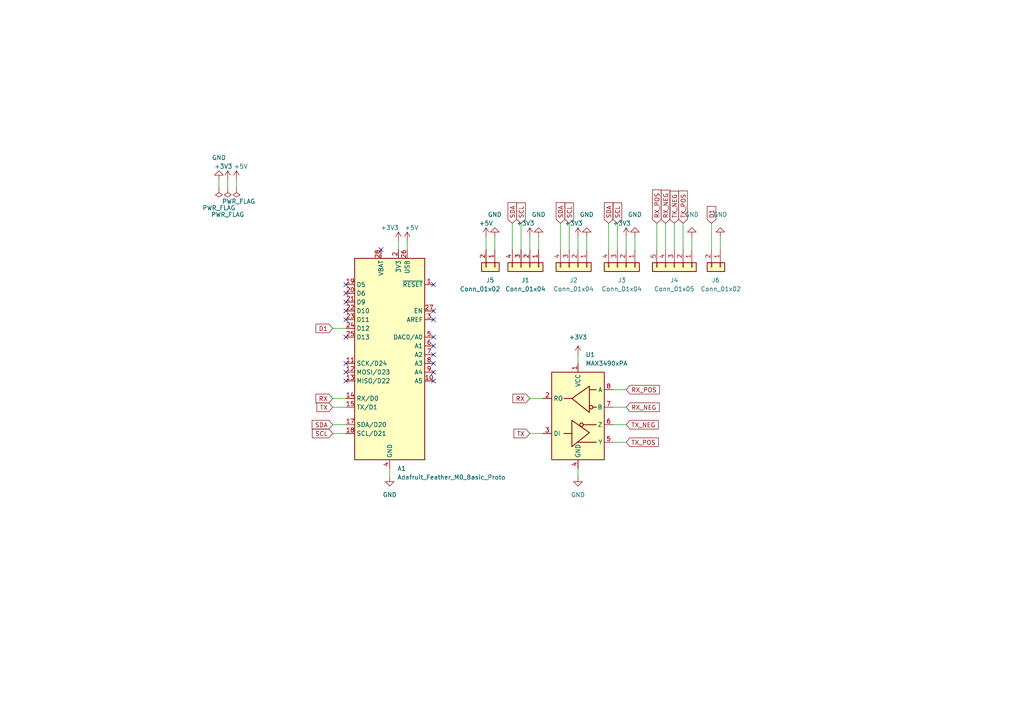
<source format=kicad_sch>
(kicad_sch (version 20230121) (generator eeschema)
  (paper "A4")
  (title_block (title "Weather Station Sensor Board") (date "2024-01-31") (rev "REV 2.0") (company "Flavian Kaufmann"))
  (lib_symbols
    (symbol "Connector_Generic:Conn_01x02" (pin_names (offset 1.016) hide)
      (property "Reference" "J" (at 0 2.54 0))
      (property "Value" "Conn_01x02" (at 0 -5.08 0))
      (symbol "Conn_01x02_1_1"
        (rectangle (start -1.27 -2.413) (end 0 -2.667) (stroke (width 0.1524)))
        (rectangle (start -1.27 0.127) (end 0 -0.127) (stroke (width 0.1524)))
        (rectangle (start -1.27 1.27) (end 1.27 -3.81) (stroke (width 0.254)) (fill (type background)))
        (pin passive line (at -5.08 0 0) (length 3.81) (name "Pin_1") (number "1"))
        (pin passive line (at -5.08 -2.54 0) (length 3.81) (name "Pin_2") (number "2"))
      )
    )
    (symbol "Connector_Generic:Conn_01x04" (pin_names (offset 1.016) hide)
      (property "Reference" "J" (at 0 5.08 0))
      (property "Value" "Conn_01x04" (at 0 -7.62 0))
      (symbol "Conn_01x04_1_1"
        (rectangle (start -1.27 -4.953) (end 0 -5.207) (stroke (width 0.1524)))
        (rectangle (start -1.27 -2.413) (end 0 -2.667) (stroke (width 0.1524)))
        (rectangle (start -1.27 0.127) (end 0 -0.127) (stroke (width 0.1524)))
        (rectangle (start -1.27 2.667) (end 0 2.413) (stroke (width 0.1524)))
        (rectangle (start -1.27 3.81) (end 1.27 -6.35) (stroke (width 0.254)) (fill (type background)))
        (pin passive line (at -5.08 2.54 0) (length 3.81) (name "Pin_1") (number "1"))
        (pin passive line (at -5.08 0 0) (length 3.81) (name "Pin_2") (number "2"))
        (pin passive line (at -5.08 -2.54 0) (length 3.81) (name "Pin_3") (number "3"))
        (pin passive line (at -5.08 -5.08 0) (length 3.81) (name "Pin_4") (number "4"))
      )
    )
    (symbol "Connector_Generic:Conn_01x05" (pin_names (offset 1.016) hide)
      (property "Reference" "J" (at 0 7.62 0))
      (property "Value" "Conn_01x05" (at 0 -7.62 0))
      (symbol "Conn_01x05_1_1"
        (rectangle (start -1.27 -4.953) (end 0 -5.207) (stroke (width 0.1524)))
        (rectangle (start -1.27 -2.413) (end 0 -2.667) (stroke (width 0.1524)))
        (rectangle (start -1.27 0.127) (end 0 -0.127) (stroke (width 0.1524)))
        (rectangle (start -1.27 2.667) (end 0 2.413) (stroke (width 0.1524)))
        (rectangle (start -1.27 5.207) (end 0 4.953) (stroke (width 0.1524)))
        (rectangle (start -1.27 6.35) (end 1.27 -6.35) (stroke (width 0.254)) (fill (type background)))
        (pin passive line (at -5.08 5.08 0) (length 3.81) (name "Pin_1") (number "1"))
        (pin passive line (at -5.08 2.54 0) (length 3.81) (name "Pin_2") (number "2"))
        (pin passive line (at -5.08 0 0) (length 3.81) (name "Pin_3") (number "3"))
        (pin passive line (at -5.08 -2.54 0) (length 3.81) (name "Pin_4") (number "4"))
        (pin passive line (at -5.08 -5.08 0) (length 3.81) (name "Pin_5") (number "5"))
      )
    )
    (symbol "Interface_UART:MAX3490xPA"
      (property "Reference" "U" (at -7.62 13.97 0))
      (property "Value" "MAX3490xPA" (at 0.762 13.97 0))
      (symbol "MAX3490xPA_0_1"
        (rectangle (start -7.62 12.7) (end 7.62 -12.7) (stroke (width 0.254)) (fill (type background)))
        (polyline (pts (xy -1.778 -5.08) (xy -4.064 -5.08)) (stroke (width 0.254)))
        (polyline (pts (xy -1.778 5.08) (xy -4.064 5.08)) (stroke (width 0.254)))
        (polyline (pts (xy 0 -7.62) (xy 5.334 -7.62)) (stroke (width 0.254)))
        (polyline (pts (xy 1.524 -2.54) (xy 5.334 -2.54)) (stroke (width 0.254)))
        (polyline (pts (xy 3.302 7.62) (xy 5.334 7.62)) (stroke (width 0.254)))
        (polyline (pts (xy 4.318 2.54) (xy 5.334 2.54)) (stroke (width 0.254)))
        (polyline (pts (xy -1.778 -5.08) (xy -1.778 -1.27) (xy 3.302 -4.826) (xy -1.778 -8.89) (xy -1.778 -5.08)) (stroke (width 0.254)))
        (circle (center 1.016 -2.54) (radius 0.508) (stroke (width 0.254)))
      )
      (symbol "MAX3490xPA_1_1"
        (polyline (pts (xy 3.302 4.826) (xy 3.302 8.636) (xy -1.778 5.08) (xy 3.302 1.016) (xy 3.302 4.826)) (stroke (width 0.254)))
        (circle (center 3.81 2.54) (radius 0.508) (stroke (width 0.254)))
        (pin power_in line (at 0 15.24 270) (length 2.54) (name "VCC") (number "1"))
        (pin output line (at -10.16 5.08 0) (length 2.54) (name "RO") (number "2"))
        (pin input line (at -10.16 -5.08 0) (length 2.54) (name "DI") (number "3"))
        (pin power_in line (at 0 -15.24 90) (length 2.54) (name "GND") (number "4"))
        (pin output line (at 10.16 -7.62 180) (length 2.54) (name "Y") (number "5"))
        (pin output line (at 10.16 -2.54 180) (length 2.54) (name "Z") (number "6"))
        (pin input line (at 10.16 2.54 180) (length 2.54) (name "B") (number "7"))
        (pin input line (at 10.16 7.62 180) (length 2.54) (name "A") (number "8"))
      )
    )
    (symbol "MCU_Module:Adafruit_Feather_M0_Basic_Proto"
      (property "Reference" "A" (at -10.16 29.21 0))
      (property "Value" "Adafruit_Feather_M0_Basic_Proto" (at 2.54 -31.75 0))
      (symbol "Adafruit_Feather_M0_Basic_Proto_0_1"
        (rectangle (start -10.16 27.94) (end 10.16 -30.48) (stroke (width 0.254)) (fill (type background)))
      )
      (symbol "Adafruit_Feather_M0_Basic_Proto_1_1"
        (pin input line (at 12.7 20.32 180) (length 2.54) (name "~{RESET}") (number "1"))
        (pin bidirectional line (at 12.7 -7.62 180) (length 2.54) (name "A5") (number "10"))
        (pin bidirectional line (at -12.7 -2.54 0) (length 2.54) (name "SCK/D24") (number "11"))
        (pin bidirectional line (at -12.7 -5.08 0) (length 2.54) (name "MOSI/D23") (number "12"))
        (pin bidirectional line (at -12.7 -7.62 0) (length 2.54) (name "MISO/D22") (number "13"))
        (pin bidirectional line (at -12.7 -12.7 0) (length 2.54) (name "RX/D0") (number "14"))
        (pin bidirectional line (at -12.7 -15.24 0) (length 2.54) (name "TX/D1") (number "15"))
        (pin passive line (at 0 -33.02 90) (length 2.54) hide (name "GND") (number "16"))
        (pin bidirectional line (at -12.7 -20.32 0) (length 2.54) (name "SDA/D20") (number "17"))
        (pin bidirectional line (at -12.7 -22.86 0) (length 2.54) (name "SCL/D21") (number "18"))
        (pin bidirectional line (at -12.7 20.32 0) (length 2.54) (name "D5") (number "19"))
        (pin power_in line (at 2.54 30.48 270) (length 2.54) (name "3V3") (number "2"))
        (pin bidirectional line (at -12.7 17.78 0) (length 2.54) (name "D6") (number "20"))
        (pin bidirectional line (at -12.7 15.24 0) (length 2.54) (name "D9") (number "21"))
        (pin bidirectional line (at -12.7 12.7 0) (length 2.54) (name "D10") (number "22"))
        (pin bidirectional line (at -12.7 10.16 0) (length 2.54) (name "D11") (number "23"))
        (pin bidirectional line (at -12.7 7.62 0) (length 2.54) (name "D12") (number "24"))
        (pin bidirectional line (at -12.7 5.08 0) (length 2.54) (name "D13") (number "25"))
        (pin power_in line (at 5.08 30.48 270) (length 2.54) (name "USB") (number "26"))
        (pin input line (at 12.7 12.7 180) (length 2.54) (name "EN") (number "27"))
        (pin power_in line (at -2.54 30.48 270) (length 2.54) (name "VBAT") (number "28"))
        (pin input line (at 12.7 10.16 180) (length 2.54) (name "AREF") (number "3"))
        (pin power_in line (at 0 -33.02 90) (length 2.54) (name "GND") (number "4"))
        (pin bidirectional line (at 12.7 5.08 180) (length 2.54) (name "DAC0/A0") (number "5"))
        (pin bidirectional line (at 12.7 2.54 180) (length 2.54) (name "A1") (number "6"))
        (pin bidirectional line (at 12.7 0 180) (length 2.54) (name "A2") (number "7"))
        (pin bidirectional line (at 12.7 -2.54 180) (length 2.54) (name "A3") (number "8"))
        (pin bidirectional line (at 12.7 -5.08 180) (length 2.54) (name "A4") (number "9"))
      )
    )
    (symbol "power:+3V3" (power) (pin_names (offset 0))
      (property "Value" "+3V3" (at 0 3.556 0))
      (symbol "+3V3_0_1"
        (polyline (pts (xy -0.762 1.27) (xy 0 2.54)))
        (polyline (pts (xy 0 0) (xy 0 2.54)))
        (polyline (pts (xy 0 2.54) (xy 0.762 1.27)))
      )
      (symbol "+3V3_1_1"
        (pin power_in line (at 0 0 90) (length 0) hide (name "+3V3") (number "1"))
      )
    )
    (symbol "power:+5V" (power) (pin_names (offset 0))
      (property "Value" "+5V" (at 0 3.556 0))
      (symbol "+5V_0_1"
        (polyline (pts (xy -0.762 1.27) (xy 0 2.54)))
        (polyline (pts (xy 0 0) (xy 0 2.54)))
        (polyline (pts (xy 0 2.54) (xy 0.762 1.27)))
      )
      (symbol "+5V_1_1"
        (pin power_in line (at 0 0 90) (length 0) hide (name "+5V") (number "1"))
      )
    )
    (symbol "power:GND" (power) (pin_names (offset 0))
      (property "Value" "GND" (at 0 -3.81 0))
      (symbol "GND_0_1"
        (polyline (pts (xy 0 0) (xy 0 -1.27) (xy 1.27 -1.27) (xy 0 -2.54) (xy -1.27 -1.27) (xy 0 -1.27)))
      )
      (symbol "GND_1_1"
        (pin power_in line (at 0 0 270) (length 0) hide (name "GND") (number "1"))
      )
    )
    (symbol "power:PWR_FLAG" (power) (pin_numbers hide) (pin_names (offset 0) hide)
      (property "Value" "PWR_FLAG" (at 0 3.81 0))
      (symbol "PWR_FLAG_0_0"
        (pin power_out line (at 0 0 90) (length 0) (name "pwr") (number "1"))
      )
      (symbol "PWR_FLAG_0_1"
        (polyline (pts (xy 0 0) (xy 0 1.27) (xy -1.016 1.905) (xy 0 2.54) (xy 1.016 1.905) (xy 0 1.27)))
      )
    )
  )
  (no_connect (at 125.73 102.87))
  (no_connect (at 125.73 90.17))
  (no_connect (at 125.73 107.95))
  (no_connect (at 125.73 97.79))
  (no_connect (at 125.73 100.33))
  (no_connect (at 100.33 92.71))
  (no_connect (at 100.33 110.49))
  (no_connect (at 100.33 97.79))
  (no_connect (at 100.33 85.09))
  (no_connect (at 125.73 105.41))
  (no_connect (at 125.73 92.71))
  (no_connect (at 125.73 110.49))
  (no_connect (at 100.33 90.17))
  (no_connect (at 100.33 82.55))
  (no_connect (at 110.49 72.39))
  (no_connect (at 100.33 105.41))
  (no_connect (at 100.33 107.95))
  (no_connect (at 100.33 87.63))
  (no_connect (at 125.73 82.55))
  (wire (pts (xy 113.03 135.89) (xy 113.03 138.43)))
  (wire (pts (xy 179.07 64.77) (xy 179.07 72.39)))
  (wire (pts (xy 177.8 123.19) (xy 181.61 123.19)))
  (wire (pts (xy 184.15 68.58) (xy 184.15 72.39)))
  (wire (pts (xy 156.21 68.58) (xy 156.21 72.39)))
  (wire (pts (xy 167.64 68.58) (xy 167.64 72.39)))
  (wire (pts (xy 208.915 68.58) (xy 208.915 72.39)))
  (wire (pts (xy 170.18 68.58) (xy 170.18 72.39)))
  (wire (pts (xy 115.57 69.85) (xy 115.57 72.39)))
  (wire (pts (xy 96.52 123.19) (xy 100.33 123.19)))
  (wire (pts (xy 118.11 69.85) (xy 118.11 72.39)))
  (wire (pts (xy 193.04 64.77) (xy 193.04 72.39)))
  (wire (pts (xy 148.59 64.77) (xy 148.59 72.39)))
  (wire (pts (xy 153.67 115.57) (xy 157.48 115.57)))
  (wire (pts (xy 68.58 52.07) (xy 68.58 54.61)))
  (wire (pts (xy 151.13 64.77) (xy 151.13 72.39)))
  (wire (pts (xy 167.64 102.87) (xy 167.64 105.41)))
  (wire (pts (xy 140.97 68.58) (xy 140.97 72.39)))
  (wire (pts (xy 181.61 68.58) (xy 181.61 72.39)))
  (wire (pts (xy 177.8 118.11) (xy 181.61 118.11)))
  (wire (pts (xy 153.67 125.73) (xy 157.48 125.73)))
  (wire (pts (xy 162.56 64.77) (xy 162.56 72.39)))
  (wire (pts (xy 66.04 52.07) (xy 66.04 54.61)))
  (wire (pts (xy 195.58 64.77) (xy 195.58 72.39)))
  (wire (pts (xy 198.12 64.77) (xy 198.12 72.39)))
  (wire (pts (xy 167.64 135.89) (xy 167.64 138.43)))
  (wire (pts (xy 165.1 64.77) (xy 165.1 72.39)))
  (wire (pts (xy 190.5 64.77) (xy 190.5 72.39)))
  (wire (pts (xy 63.5 52.07) (xy 63.5 54.61)))
  (wire (pts (xy 153.67 68.58) (xy 153.67 72.39)))
  (wire (pts (xy 143.51 68.58) (xy 143.51 72.39)))
  (wire (pts (xy 96.52 115.57) (xy 100.33 115.57)))
  (wire (pts (xy 206.375 64.77) (xy 206.375 72.39)))
  (wire (pts (xy 200.66 68.58) (xy 200.66 72.39)))
  (wire (pts (xy 96.52 125.73) (xy 100.33 125.73)))
  (wire (pts (xy 177.8 128.27) (xy 181.61 128.27)))
  (wire (pts (xy 177.8 113.03) (xy 181.61 113.03)))
  (wire (pts (xy 96.52 118.11) (xy 100.33 118.11)))
  (wire (pts (xy 176.53 64.77) (xy 176.53 72.39)))
  (wire (pts (xy 96.52 95.25) (xy 100.33 95.25)))
  (global_label "TX" (shape input) (at 96.52 118.11 180) (property "Intersheetrefs" "${INTERSHEET_REFS}" (effects hide)))
  (global_label "TX_NEG" (shape input) (at 195.58 64.77 90) (property "Intersheetrefs" "${INTERSHEET_REFS}" (effects hide)))
  (global_label "RX_NEG" (shape input) (at 193.04 64.77 90) (property "Intersheetrefs" "${INTERSHEET_REFS}" (effects hide)))
  (global_label "SDA" (shape input) (at 148.59 64.77 90) (property "Intersheetrefs" "${INTERSHEET_REFS}" (effects hide)))
  (global_label "TX_POS" (shape input) (at 181.61 128.27 0) (property "Intersheetrefs" "${INTERSHEET_REFS}" (effects hide)))
  (global_label "RX" (shape input) (at 96.52 115.57 180) (property "Intersheetrefs" "${INTERSHEET_REFS}" (effects hide)))
  (global_label "RX_NEG" (shape input) (at 181.61 118.11 0) (property "Intersheetrefs" "${INTERSHEET_REFS}" (effects hide)))
  (global_label "D1" (shape input) (at 96.52 95.25 180) (property "Intersheetrefs" "${INTERSHEET_REFS}" (effects hide)))
  (global_label "SCL" (shape input) (at 96.52 125.73 180) (property "Intersheetrefs" "${INTERSHEET_REFS}" (effects hide)))
  (global_label "RX_POS" (shape input) (at 181.61 113.03 0) (property "Intersheetrefs" "${INTERSHEET_REFS}" (effects hide)))
  (global_label "TX" (shape input) (at 153.67 125.73 180) (property "Intersheetrefs" "${INTERSHEET_REFS}" (effects hide)))
  (global_label "RX_POS" (shape input) (at 190.5 64.77 90) (property "Intersheetrefs" "${INTERSHEET_REFS}" (effects hide)))
  (global_label "SDA" (shape input) (at 96.52 123.19 180) (property "Intersheetrefs" "${INTERSHEET_REFS}" (effects hide)))
  (global_label "SCL" (shape input) (at 165.1 64.77 90) (property "Intersheetrefs" "${INTERSHEET_REFS}" (effects hide)))
  (global_label "TX_NEG" (shape input) (at 181.61 123.19 0) (property "Intersheetrefs" "${INTERSHEET_REFS}" (effects hide)))
  (global_label "SCL" (shape input) (at 151.13 64.77 90) (property "Intersheetrefs" "${INTERSHEET_REFS}" (effects hide)))
  (global_label "D1" (shape input) (at 206.375 64.77 90) (property "Intersheetrefs" "${INTERSHEET_REFS}" (effects hide)))
  (global_label "TX_POS" (shape input) (at 198.12 64.77 90) (property "Intersheetrefs" "${INTERSHEET_REFS}" (effects hide)))
  (global_label "RX" (shape input) (at 153.67 115.57 180) (property "Intersheetrefs" "${INTERSHEET_REFS}" (effects hide)))
  (global_label "SCL" (shape input) (at 179.07 64.77 90) (property "Intersheetrefs" "${INTERSHEET_REFS}" (effects hide)))
  (global_label "SDA" (shape input) (at 176.53 64.77 90) (property "Intersheetrefs" "${INTERSHEET_REFS}" (effects hide)))
  (global_label "SDA" (shape input) (at 162.56 64.77 90) (property "Intersheetrefs" "${INTERSHEET_REFS}" (effects hide)))
  (symbol (lib_id "power:GND") (at 113.03 138.43 0) (unit 1)
    (property "Reference" "#PWR07" (effects hide))
    (property "Value" "GND" (at 113.03 143.51 0))
  )
  (symbol (lib_id "MCU_Module:Adafruit_Feather_M0_Basic_Proto") (at 113.03 102.87 0) (unit 1)
    (property "Reference" "A1" (at 115.2241 135.89 0) (effects (justify left)))
    (property "Value" "Adafruit_Feather_M0_Basic_Proto" (at 115.2241 138.43 0) (effects (justify left)))
    (property "Footprint" "Module:Adafruit_Feather" (effects hide))
    (property "Datasheet" "https://cdn-learn.adafruit.com/downloads/pdf/adafruit-feather-m0-basic-proto.pdf" (effects hide))
  )
  (symbol (lib_id "Connector_Generic:Conn_01x05") (at 195.58 77.47 270) (unit 1)
    (property "Reference" "J4" (at 195.58 81.28 90))
    (property "Value" "Conn_01x05" (at 195.58 83.82 90))
    (property "Footprint" "Connector_PinHeader_2.54mm:PinHeader_1x05_P2.54mm_Vertical" (effects hide))
  )
  (symbol (lib_id "power:GND") (at 184.15 68.58 180) (unit 1)
    (property "Reference" "#PWR08" (effects hide))
    (property "Value" "GND" (at 184.15 62.23 0))
  )
  (symbol (lib_id "Connector_Generic:Conn_01x04") (at 153.67 77.47 270) (unit 1)
    (property "Reference" "J1" (at 152.4 81.28 90))
    (property "Value" "Conn_01x04" (at 152.4 83.82 90))
    (property "Footprint" "Connector_PinHeader_2.54mm:PinHeader_1x04_P2.54mm_Vertical" (effects hide))
  )
  (symbol (lib_id "Connector_Generic:Conn_01x04") (at 167.64 77.47 270) (unit 1)
    (property "Reference" "J2" (at 166.37 81.28 90))
    (property "Value" "Conn_01x04" (at 166.37 83.82 90))
    (property "Footprint" "Connector_PinHeader_2.54mm:PinHeader_1x04_P2.54mm_Vertical" (effects hide))
  )
  (symbol (lib_id "power:+3V3") (at 153.67 68.58 0) (unit 1)
    (property "Reference" "#PWR02" (effects hide))
    (property "Value" "+3V3" (at 152.4 64.77 0))
  )
  (symbol (lib_id "power:GND") (at 143.51 68.58 180) (unit 1)
    (property "Reference" "#PWR015" (effects hide))
    (property "Value" "GND" (at 143.51 62.23 0))
  )
  (symbol (lib_id "Connector_Generic:Conn_01x02") (at 208.915 77.47 270) (unit 1)
    (property "Reference" "J6" (at 206.375 81.28 90) (effects (justify left)))
    (property "Value" "Conn_01x02" (at 203.2 83.82 90) (effects (justify left)))
    (property "Footprint" "Connector_PinHeader_2.54mm:PinHeader_1x02_P2.54mm_Vertical" (effects hide))
  )
  (symbol (lib_id "power:+3V3") (at 115.57 69.85 0) (unit 1)
    (property "Reference" "#PWR01" (effects hide))
    (property "Value" "+3V3" (at 113.03 66.04 0))
  )
  (symbol (lib_id "Interface_UART:MAX3490xPA") (at 167.64 120.65 0) (unit 1)
    (property "Reference" "U1" (at 169.8341 102.87 0) (effects (justify left)))
    (property "Value" "MAX3490xPA" (at 169.8341 105.41 0) (effects (justify left)))
    (property "Footprint" "Package_DIP:DIP-8_W7.62mm" (effects hide))
    (property "Datasheet" "https://www.analog.com/media/en/technical-documentation/data-sheets/MAX3483-MAX3491.pdf" (effects hide))
  )
  (symbol (lib_id "power:GND") (at 170.18 68.58 180) (unit 1)
    (property "Reference" "#PWR09" (effects hide))
    (property "Value" "GND" (at 170.18 62.23 0))
  )
  (symbol (lib_id "Connector_Generic:Conn_01x02") (at 143.51 77.47 270) (unit 1)
    (property "Reference" "J5" (at 140.97 81.28 90) (effects (justify left)))
    (property "Value" "Conn_01x02" (at 133.35 83.82 90) (effects (justify left)))
    (property "Footprint" "Connector_PinHeader_2.54mm:PinHeader_1x02_P2.54mm_Vertical" (effects hide))
  )
  (symbol (lib_id "power:+5V") (at 140.97 68.58 0) (unit 1)
    (property "Reference" "#PWR014" (effects hide))
    (property "Value" "+5V" (at 140.97 64.77 0))
  )
  (symbol (lib_id "power:PWR_FLAG") (at 63.5 54.61 180) (unit 1)
    (property "Reference" "#FLG01" (effects hide))
    (property "Value" "PWR_FLAG" (at 63.5 60.325 0))
  )
  (symbol (lib_id "power:+3V3") (at 167.64 102.87 0) (unit 1)
    (property "Reference" "#PWR03" (effects hide))
    (property "Value" "+3V3" (at 167.64 97.79 0))
  )
  (symbol (lib_id "power:GND") (at 200.66 68.58 180) (unit 1)
    (property "Reference" "#PWR06" (effects hide))
    (property "Value" "GND" (at 200.66 62.23 0))
  )
  (symbol (lib_id "Connector_Generic:Conn_01x04") (at 181.61 77.47 270) (unit 1)
    (property "Reference" "J3" (at 180.34 81.28 90))
    (property "Value" "Conn_01x04" (at 180.34 83.82 90))
    (property "Footprint" "Connector_PinHeader_2.54mm:PinHeader_1x04_P2.54mm_Vertical" (effects hide))
  )
  (symbol (lib_id "power:PWR_FLAG") (at 68.58 54.61 180) (unit 1)
    (property "Reference" "#FLG03" (effects hide))
    (property "Value" "PWR_FLAG" (at 69.215 58.42 0))
  )
  (symbol (lib_id "power:+3V3") (at 167.64 68.58 0) (unit 1)
    (property "Reference" "#PWR04" (effects hide))
    (property "Value" "+3V3" (at 166.37 64.77 0))
  )
  (symbol (lib_id "power:+5V") (at 68.58 52.07 0) (unit 1)
    (property "Reference" "#PWR017" (effects hide))
    (property "Value" "+5V" (at 69.85 48.26 0))
  )
  (symbol (lib_id "power:+5V") (at 118.11 69.85 0) (unit 1)
    (property "Reference" "#PWR013" (effects hide))
    (property "Value" "+5V" (at 119.38 66.04 0))
  )
  (symbol (lib_id "power:GND") (at 63.5 52.07 180) (unit 1)
    (property "Reference" "#PWR012" (effects hide))
    (property "Value" "GND" (at 63.5 45.72 0))
  )
  (symbol (lib_id "power:GND") (at 167.64 138.43 0) (unit 1)
    (property "Reference" "#PWR011" (effects hide))
    (property "Value" "GND" (at 167.64 143.51 0))
  )
  (symbol (lib_id "power:+3V3") (at 66.04 52.07 0) (unit 1)
    (property "Reference" "#PWR016" (effects hide))
    (property "Value" "+3V3" (at 64.77 48.26 0))
  )
  (symbol (lib_id "power:+3V3") (at 181.61 68.58 0) (unit 1)
    (property "Reference" "#PWR05" (effects hide))
    (property "Value" "+3V3" (at 180.34 64.77 0))
  )
  (symbol (lib_id "power:GND") (at 156.21 68.58 180) (unit 1)
    (property "Reference" "#PWR010" (effects hide))
    (property "Value" "GND" (at 156.21 62.23 0))
  )
  (symbol (lib_id "power:GND") (at 208.915 68.58 180) (unit 1)
    (property "Reference" "#PWR018" (effects hide))
    (property "Value" "GND" (at 208.915 62.23 0))
  )
  (symbol (lib_id "power:PWR_FLAG") (at 66.04 54.61 180) (unit 1)
    (property "Reference" "#FLG02" (effects hide))
    (property "Value" "PWR_FLAG" (at 66.04 62.23 0))
  )
)
</source>
